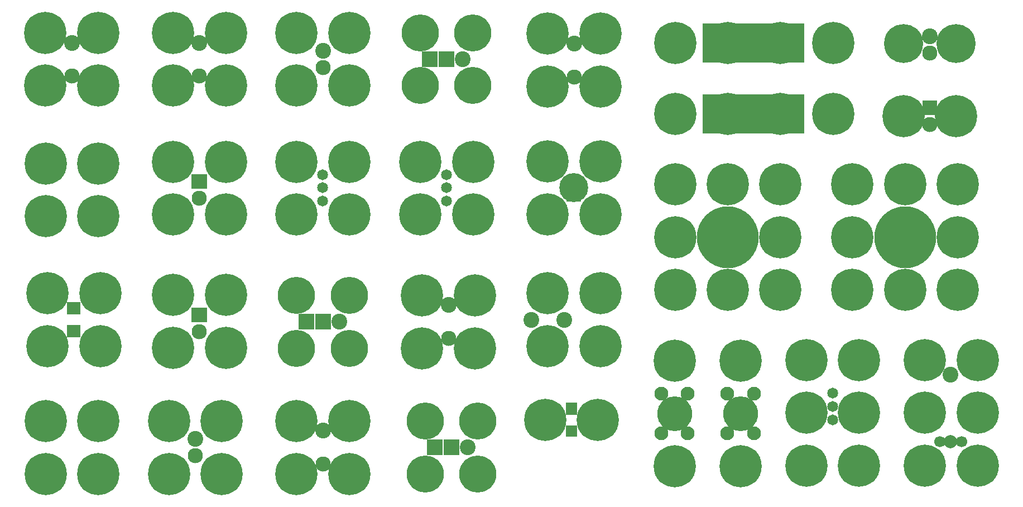
<source format=gts>
G04 #@! TF.FileFunction,Soldermask,Top*
%FSLAX46Y46*%
G04 Gerber Fmt 4.6, Leading zero omitted, Abs format (unit mm)*
G04 Created by KiCad (PCBNEW 4.0.1-3.201512221402+6198~38~ubuntu14.04.1-stable) date Thu 03 Mar 2016 09:20:13 PM PST*
%MOMM*%
G01*
G04 APERTURE LIST*
%ADD10C,0.100000*%
%ADD11C,2.400000*%
%ADD12C,2.300000*%
%ADD13C,6.400000*%
%ADD14R,15.400000X5.960000*%
%ADD15R,3.400000X0.900000*%
%ADD16R,2.200000X0.900000*%
%ADD17C,4.400000*%
%ADD18C,1.650000*%
%ADD19C,1.700000*%
%ADD20C,2.000000*%
%ADD21R,2.400000X2.400000*%
%ADD22C,5.630000*%
%ADD23R,2.200000X2.300000*%
%ADD24R,2.400000X2.300000*%
%ADD25C,9.400000*%
%ADD26R,2.000000X1.900000*%
%ADD27R,1.800000X1.900000*%
%ADD28R,1.800000X1.800000*%
%ADD29C,5.900000*%
%ADD30C,2.100000*%
%ADD31C,5.280000*%
G04 APERTURE END LIST*
D10*
D11*
X134536000Y-89141000D03*
D12*
X134536000Y-94221000D03*
D13*
X130536000Y-95681000D03*
X130536000Y-87681000D03*
X138536000Y-87681000D03*
X138536000Y-95681000D03*
X184905000Y-60130000D03*
X176905000Y-60130000D03*
X168905000Y-60130000D03*
X192905000Y-60130000D03*
D14*
X180837000Y-60130000D03*
D11*
X147086000Y-91366000D03*
X152086000Y-91366000D03*
D13*
X149586000Y-95366000D03*
X157586000Y-95366000D03*
X157586000Y-87366000D03*
X149586000Y-87366000D03*
D15*
X153536000Y-70366000D03*
D16*
X153536000Y-73001000D03*
D17*
X153536000Y-71366000D03*
D13*
X157586000Y-75366000D03*
X157586000Y-67366000D03*
X149586000Y-67366000D03*
X149586000Y-75366000D03*
D11*
X153586000Y-49461000D03*
D12*
X153586000Y-54541000D03*
D13*
X149586000Y-56001000D03*
X149586000Y-48001000D03*
X157586000Y-48001000D03*
X157586000Y-56001000D03*
D11*
X115491000Y-108191000D03*
D12*
X115491000Y-113271000D03*
D13*
X111491000Y-114731000D03*
X111491000Y-106731000D03*
X119491000Y-106731000D03*
X119491000Y-114731000D03*
X138271000Y-67431000D03*
D18*
X134221000Y-71356000D03*
X134221000Y-69356000D03*
X134221000Y-73356000D03*
D13*
X138271000Y-75431000D03*
X130271000Y-67431000D03*
X130271000Y-75431000D03*
X188834000Y-97464000D03*
X196834000Y-113464000D03*
D18*
X192834000Y-104514000D03*
X192834000Y-102514000D03*
X192834000Y-106514000D03*
D13*
X196834000Y-97464000D03*
X188834000Y-113464000D03*
X188834000Y-105464000D03*
X196834000Y-105464000D03*
D11*
X115491000Y-50606000D03*
D12*
X115491000Y-53146000D03*
D13*
X111491000Y-55876000D03*
X111491000Y-47876000D03*
X119491000Y-47876000D03*
X119491000Y-55876000D03*
X119491000Y-67431000D03*
D18*
X115441000Y-71356000D03*
X115441000Y-69356000D03*
X115441000Y-73356000D03*
D13*
X119491000Y-75431000D03*
X111491000Y-67431000D03*
X111491000Y-75431000D03*
D19*
X212377000Y-109889000D03*
D20*
X210727000Y-109889000D03*
D19*
X209077000Y-109889000D03*
D11*
X210727000Y-99689000D03*
D13*
X214802000Y-97464000D03*
X214802000Y-113464000D03*
X206802000Y-113464000D03*
X206802000Y-105464000D03*
X206802000Y-97464000D03*
X214802000Y-105464000D03*
D21*
X134221000Y-51876000D03*
D22*
X130221000Y-55876000D03*
X130221000Y-47876000D03*
X138221000Y-47876000D03*
X138221000Y-55876000D03*
D21*
X131721000Y-51876000D03*
D11*
X136721000Y-51876000D03*
D13*
X81401000Y-106731000D03*
X73401000Y-106731000D03*
X81401000Y-114731000D03*
X73401000Y-114731000D03*
X81401000Y-67681000D03*
X73401000Y-67681000D03*
X81401000Y-75681000D03*
X73401000Y-75681000D03*
D11*
X96131000Y-109461000D03*
D12*
X96131000Y-112001000D03*
D13*
X92131000Y-114731000D03*
X92131000Y-106731000D03*
X100131000Y-106731000D03*
X100131000Y-114731000D03*
D23*
X207571000Y-59190000D03*
D12*
X207558800Y-61790000D03*
D13*
X211571000Y-60490000D03*
X203571000Y-60490000D03*
D21*
X134983000Y-110731000D03*
D22*
X130983000Y-114731000D03*
X130983000Y-106731000D03*
X138983000Y-106731000D03*
X138983000Y-114731000D03*
D21*
X132483000Y-110731000D03*
D11*
X137483000Y-110731000D03*
D21*
X115496000Y-91681000D03*
D22*
X111496000Y-95681000D03*
X111496000Y-87681000D03*
X119496000Y-87681000D03*
X119496000Y-95681000D03*
D21*
X112996000Y-91681000D03*
D11*
X117996000Y-91681000D03*
D13*
X184905000Y-49400000D03*
X176905000Y-49400000D03*
X168905000Y-49400000D03*
X192905000Y-49400000D03*
D14*
X180837000Y-49400000D03*
D24*
X96761000Y-70431000D03*
D12*
X96761000Y-72971000D03*
D13*
X92761000Y-75431000D03*
X92761000Y-67431000D03*
X100761000Y-67431000D03*
X100761000Y-75431000D03*
D11*
X77396000Y-49376000D03*
D12*
X77396000Y-54376000D03*
D13*
X73396000Y-55876000D03*
X73396000Y-47876000D03*
X81396000Y-47876000D03*
X81396000Y-55876000D03*
D11*
X96761000Y-49376000D03*
D12*
X96761000Y-54376000D03*
D13*
X92761000Y-55876000D03*
X92761000Y-47876000D03*
X100761000Y-47876000D03*
X100761000Y-55876000D03*
D24*
X96761000Y-90621000D03*
D12*
X96761000Y-93161000D03*
D13*
X92761000Y-95621000D03*
X92761000Y-87621000D03*
X100761000Y-87621000D03*
X100761000Y-95621000D03*
D25*
X176905000Y-78860000D03*
D13*
X184905000Y-70860000D03*
X168905000Y-70860000D03*
X176905000Y-70860000D03*
X184905000Y-78860000D03*
X184905000Y-86860000D03*
X176905000Y-86860000D03*
X168905000Y-78860000D03*
X168905000Y-86860000D03*
D25*
X203825000Y-78860000D03*
D13*
X211825000Y-70860000D03*
X195825000Y-70860000D03*
X203825000Y-70860000D03*
X211825000Y-78860000D03*
X211825000Y-86860000D03*
X203825000Y-86860000D03*
X195825000Y-78860000D03*
X195825000Y-86860000D03*
D26*
X77716000Y-89656000D03*
D13*
X73716000Y-95366000D03*
X73716000Y-87366000D03*
X81716000Y-87366000D03*
X81716000Y-95366000D03*
D26*
X77716000Y-93076000D03*
D27*
X153215000Y-104832000D03*
D13*
X149215000Y-106542000D03*
X157215000Y-106542000D03*
D28*
X153215000Y-108252000D03*
D11*
X207561000Y-48407000D03*
D12*
X207561000Y-50947000D03*
D29*
X203561000Y-49527000D03*
X211561000Y-49527000D03*
D30*
X170848200Y-102594600D03*
X170848200Y-108594600D03*
X166848200Y-102594600D03*
X166848200Y-108594600D03*
D31*
X168834000Y-105588000D03*
D13*
X168834000Y-113588000D03*
X168834000Y-97588000D03*
D30*
X180848200Y-102594600D03*
X180848200Y-108594600D03*
X176848200Y-102594600D03*
X176848200Y-108594600D03*
D31*
X178834000Y-105588000D03*
D13*
X178834000Y-113588000D03*
X178834000Y-97588000D03*
M02*

</source>
